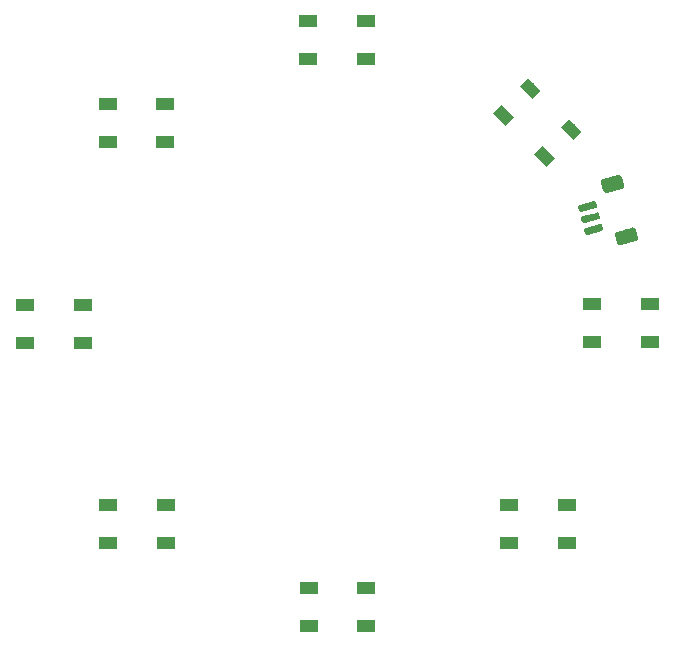
<source format=gbr>
G04 #@! TF.GenerationSoftware,KiCad,Pcbnew,(5.0.1)-4*
G04 #@! TF.CreationDate,2020-03-01T18:01:36+00:00*
G04 #@! TF.ProjectId,neopixels,6E656F706978656C732E6B696361645F,rev?*
G04 #@! TF.SameCoordinates,PX463f660PY4718708*
G04 #@! TF.FileFunction,Paste,Top*
G04 #@! TF.FilePolarity,Positive*
%FSLAX46Y46*%
G04 Gerber Fmt 4.6, Leading zero omitted, Abs format (unit mm)*
G04 Created by KiCad (PCBNEW (5.0.1)-4) date 01/03/2020 18:01:36*
%MOMM*%
%LPD*%
G01*
G04 APERTURE LIST*
%ADD10R,1.500000X1.000000*%
%ADD11C,1.000000*%
%ADD12C,0.100000*%
%ADD13C,0.600000*%
%ADD14C,1.200000*%
G04 APERTURE END LIST*
D10*
G04 #@! TO.C,D1*
X26704000Y-1600000D03*
X26704000Y1600000D03*
X21804000Y-1600000D03*
X21804000Y1600000D03*
G04 #@! TD*
G04 #@! TO.C,D2*
X14781318Y-15363804D03*
X14781318Y-18563804D03*
X19681318Y-15363804D03*
X19681318Y-18563804D03*
G04 #@! TD*
G04 #@! TO.C,D3*
X2723112Y-25599900D03*
X2723112Y-22399900D03*
X-2176888Y-25599900D03*
X-2176888Y-22399900D03*
G04 #@! TD*
G04 #@! TO.C,D4*
X-19146279Y-15390822D03*
X-19146279Y-18590822D03*
X-14246279Y-15390822D03*
X-14246279Y-18590822D03*
G04 #@! TD*
G04 #@! TO.C,D5*
X-26195970Y1561776D03*
X-26195970Y-1638224D03*
X-21295970Y1561776D03*
X-21295970Y-1638224D03*
G04 #@! TD*
G04 #@! TO.C,D6*
X-19200314Y18536744D03*
X-19200314Y15336744D03*
X-14300314Y18536744D03*
X-14300314Y15336744D03*
G04 #@! TD*
G04 #@! TO.C,D7*
X2646665Y22399932D03*
X2646665Y25599932D03*
X-2253335Y22399932D03*
X-2253335Y25599932D03*
G04 #@! TD*
D11*
G04 #@! TO.C,D8*
X16576157Y19881578D03*
D12*
G36*
X15692274Y20058355D02*
X16399380Y20765461D01*
X17460040Y19704801D01*
X16752934Y18997695D01*
X15692274Y20058355D01*
X15692274Y20058355D01*
G37*
D11*
X14313416Y17618837D03*
D12*
G36*
X13429533Y17795614D02*
X14136639Y18502720D01*
X15197299Y17442060D01*
X14490193Y16734954D01*
X13429533Y17795614D01*
X13429533Y17795614D01*
G37*
D11*
X20040980Y16416755D03*
D12*
G36*
X19157097Y16593532D02*
X19864203Y17300638D01*
X20924863Y16239978D01*
X20217757Y15532872D01*
X19157097Y16593532D01*
X19157097Y16593532D01*
G37*
D11*
X17778239Y14154014D03*
D12*
G36*
X16894356Y14330791D02*
X17601462Y15037897D01*
X18662122Y13977237D01*
X17955016Y13270131D01*
X16894356Y14330791D01*
X16894356Y14330791D01*
G37*
G04 #@! TD*
G04 #@! TO.C,J1*
G36*
X22032789Y10349359D02*
X22047271Y10346724D01*
X22061426Y10342682D01*
X22075116Y10337272D01*
X22088210Y10330546D01*
X22100582Y10322569D01*
X22112112Y10313418D01*
X22122690Y10303181D01*
X22132213Y10291956D01*
X22140590Y10279852D01*
X22147741Y10266985D01*
X22153596Y10253480D01*
X22158099Y10239464D01*
X22235744Y9949686D01*
X22238852Y9935298D01*
X22240534Y9920674D01*
X22240775Y9905956D01*
X22239572Y9891285D01*
X22236936Y9876802D01*
X22232894Y9862648D01*
X22227484Y9848958D01*
X22220759Y9835864D01*
X22212782Y9823492D01*
X22203631Y9811962D01*
X22193394Y9801384D01*
X22182169Y9791861D01*
X22170065Y9783483D01*
X22157198Y9776333D01*
X22143692Y9770478D01*
X22129678Y9765975D01*
X20922271Y9442451D01*
X20907882Y9439344D01*
X20893259Y9437661D01*
X20878540Y9437420D01*
X20863869Y9438623D01*
X20849387Y9441258D01*
X20835232Y9445300D01*
X20821542Y9450710D01*
X20808448Y9457436D01*
X20796076Y9465413D01*
X20784546Y9474564D01*
X20773968Y9484801D01*
X20764445Y9496026D01*
X20756068Y9508130D01*
X20748917Y9520997D01*
X20743062Y9534502D01*
X20738559Y9548518D01*
X20660914Y9838296D01*
X20657806Y9852684D01*
X20656124Y9867308D01*
X20655883Y9882026D01*
X20657086Y9896697D01*
X20659722Y9911180D01*
X20663764Y9925334D01*
X20669174Y9939024D01*
X20675899Y9952118D01*
X20683876Y9964490D01*
X20693027Y9976020D01*
X20703264Y9986598D01*
X20714489Y9996121D01*
X20726593Y10004499D01*
X20739460Y10011649D01*
X20752966Y10017504D01*
X20766980Y10022007D01*
X21974387Y10345531D01*
X21988776Y10348638D01*
X22003399Y10350321D01*
X22018118Y10350562D01*
X22032789Y10349359D01*
X22032789Y10349359D01*
G37*
D13*
X21448329Y9893991D03*
D12*
G36*
X22291608Y9383433D02*
X22306090Y9380798D01*
X22320245Y9376756D01*
X22333935Y9371346D01*
X22347029Y9364620D01*
X22359401Y9356643D01*
X22370931Y9347492D01*
X22381509Y9337255D01*
X22391032Y9326030D01*
X22399409Y9313926D01*
X22406560Y9301059D01*
X22412415Y9287554D01*
X22416918Y9273538D01*
X22494563Y8983760D01*
X22497671Y8969372D01*
X22499353Y8954748D01*
X22499594Y8940030D01*
X22498391Y8925359D01*
X22495755Y8910876D01*
X22491713Y8896722D01*
X22486303Y8883032D01*
X22479578Y8869938D01*
X22471601Y8857566D01*
X22462450Y8846036D01*
X22452213Y8835458D01*
X22440988Y8825935D01*
X22428884Y8817557D01*
X22416017Y8810407D01*
X22402511Y8804552D01*
X22388497Y8800049D01*
X21181090Y8476525D01*
X21166701Y8473418D01*
X21152078Y8471735D01*
X21137359Y8471494D01*
X21122688Y8472697D01*
X21108206Y8475332D01*
X21094051Y8479374D01*
X21080361Y8484784D01*
X21067267Y8491510D01*
X21054895Y8499487D01*
X21043365Y8508638D01*
X21032787Y8518875D01*
X21023264Y8530100D01*
X21014887Y8542204D01*
X21007736Y8555071D01*
X21001881Y8568576D01*
X20997378Y8582592D01*
X20919733Y8872370D01*
X20916625Y8886758D01*
X20914943Y8901382D01*
X20914702Y8916100D01*
X20915905Y8930771D01*
X20918541Y8945254D01*
X20922583Y8959408D01*
X20927993Y8973098D01*
X20934718Y8986192D01*
X20942695Y8998564D01*
X20951846Y9010094D01*
X20962083Y9020672D01*
X20973308Y9030195D01*
X20985412Y9038573D01*
X20998279Y9045723D01*
X21011785Y9051578D01*
X21025799Y9056081D01*
X22233206Y9379605D01*
X22247595Y9382712D01*
X22262218Y9384395D01*
X22276937Y9384636D01*
X22291608Y9383433D01*
X22291608Y9383433D01*
G37*
D13*
X21707148Y8928065D03*
D12*
G36*
X22550427Y8417507D02*
X22564909Y8414872D01*
X22579064Y8410830D01*
X22592754Y8405420D01*
X22605848Y8398694D01*
X22618220Y8390717D01*
X22629750Y8381566D01*
X22640328Y8371329D01*
X22649851Y8360104D01*
X22658228Y8348000D01*
X22665379Y8335133D01*
X22671234Y8321628D01*
X22675737Y8307612D01*
X22753382Y8017834D01*
X22756490Y8003446D01*
X22758172Y7988822D01*
X22758413Y7974104D01*
X22757210Y7959433D01*
X22754574Y7944950D01*
X22750532Y7930796D01*
X22745122Y7917106D01*
X22738397Y7904012D01*
X22730420Y7891640D01*
X22721269Y7880110D01*
X22711032Y7869532D01*
X22699807Y7860009D01*
X22687703Y7851631D01*
X22674836Y7844481D01*
X22661330Y7838626D01*
X22647316Y7834123D01*
X21439909Y7510599D01*
X21425520Y7507492D01*
X21410897Y7505809D01*
X21396178Y7505568D01*
X21381507Y7506771D01*
X21367025Y7509406D01*
X21352870Y7513448D01*
X21339180Y7518858D01*
X21326086Y7525584D01*
X21313714Y7533561D01*
X21302184Y7542712D01*
X21291606Y7552949D01*
X21282083Y7564174D01*
X21273706Y7576278D01*
X21266555Y7589145D01*
X21260700Y7602650D01*
X21256197Y7616666D01*
X21178552Y7906444D01*
X21175444Y7920832D01*
X21173762Y7935456D01*
X21173521Y7950174D01*
X21174724Y7964845D01*
X21177360Y7979328D01*
X21181402Y7993482D01*
X21186812Y8007172D01*
X21193537Y8020266D01*
X21201514Y8032638D01*
X21210665Y8044168D01*
X21220902Y8054746D01*
X21232127Y8064269D01*
X21244231Y8072647D01*
X21257098Y8079797D01*
X21270604Y8085652D01*
X21284618Y8090155D01*
X22492025Y8413679D01*
X22506414Y8416786D01*
X22521037Y8418469D01*
X22535756Y8418710D01*
X22550427Y8417507D01*
X22550427Y8417507D01*
G37*
D13*
X21965967Y7962139D03*
D12*
G36*
X24120724Y12557380D02*
X24144862Y12552988D01*
X24168452Y12546252D01*
X24191269Y12537235D01*
X24213092Y12526026D01*
X24233712Y12512731D01*
X24252929Y12497479D01*
X24270558Y12480417D01*
X24286430Y12461710D01*
X24300393Y12441537D01*
X24312310Y12420092D01*
X24322069Y12397582D01*
X24329573Y12374225D01*
X24510747Y11698075D01*
X24515927Y11674094D01*
X24518731Y11649721D01*
X24519132Y11625190D01*
X24517127Y11600739D01*
X24512735Y11576601D01*
X24505999Y11553011D01*
X24496982Y11530194D01*
X24485773Y11508371D01*
X24472478Y11487751D01*
X24457226Y11468534D01*
X24440164Y11450905D01*
X24421457Y11435032D01*
X24401283Y11421070D01*
X24379839Y11409153D01*
X24357329Y11399394D01*
X24333972Y11391890D01*
X23078266Y11055424D01*
X23054285Y11050244D01*
X23029912Y11047440D01*
X23005381Y11047039D01*
X22980930Y11049044D01*
X22956792Y11053436D01*
X22933202Y11060172D01*
X22910385Y11069189D01*
X22888562Y11080398D01*
X22867942Y11093693D01*
X22848725Y11108945D01*
X22831096Y11126007D01*
X22815224Y11144714D01*
X22801261Y11164887D01*
X22789344Y11186332D01*
X22779585Y11208842D01*
X22772081Y11232199D01*
X22590907Y11908349D01*
X22585727Y11932330D01*
X22582923Y11956703D01*
X22582522Y11981234D01*
X22584527Y12005685D01*
X22588919Y12029823D01*
X22595655Y12053413D01*
X22604672Y12076230D01*
X22615881Y12098053D01*
X22629176Y12118673D01*
X22644428Y12137890D01*
X22661490Y12155519D01*
X22680197Y12171392D01*
X22700371Y12185354D01*
X22721815Y12197271D01*
X22744325Y12207030D01*
X22767682Y12214534D01*
X24023388Y12551000D01*
X24047369Y12556180D01*
X24071742Y12558984D01*
X24096273Y12559385D01*
X24120724Y12557380D01*
X24120724Y12557380D01*
G37*
D14*
X23550827Y11803212D03*
D12*
G36*
X25311292Y8114121D02*
X25335430Y8109729D01*
X25359020Y8102993D01*
X25381837Y8093976D01*
X25403660Y8082767D01*
X25424280Y8069472D01*
X25443497Y8054220D01*
X25461126Y8037158D01*
X25476998Y8018451D01*
X25490961Y7998278D01*
X25502878Y7976833D01*
X25512637Y7954323D01*
X25520141Y7930966D01*
X25701315Y7254816D01*
X25706495Y7230835D01*
X25709299Y7206462D01*
X25709700Y7181931D01*
X25707695Y7157480D01*
X25703303Y7133342D01*
X25696567Y7109752D01*
X25687550Y7086935D01*
X25676341Y7065112D01*
X25663046Y7044492D01*
X25647794Y7025275D01*
X25630732Y7007646D01*
X25612025Y6991773D01*
X25591851Y6977811D01*
X25570407Y6965894D01*
X25547897Y6956135D01*
X25524540Y6948631D01*
X24268834Y6612165D01*
X24244853Y6606985D01*
X24220480Y6604181D01*
X24195949Y6603780D01*
X24171498Y6605785D01*
X24147360Y6610177D01*
X24123770Y6616913D01*
X24100953Y6625930D01*
X24079130Y6637139D01*
X24058510Y6650434D01*
X24039293Y6665686D01*
X24021664Y6682748D01*
X24005792Y6701455D01*
X23991829Y6721628D01*
X23979912Y6743073D01*
X23970153Y6765583D01*
X23962649Y6788940D01*
X23781475Y7465090D01*
X23776295Y7489071D01*
X23773491Y7513444D01*
X23773090Y7537975D01*
X23775095Y7562426D01*
X23779487Y7586564D01*
X23786223Y7610154D01*
X23795240Y7632971D01*
X23806449Y7654794D01*
X23819744Y7675414D01*
X23834996Y7694631D01*
X23852058Y7712260D01*
X23870765Y7728133D01*
X23890939Y7742095D01*
X23912383Y7754012D01*
X23934893Y7763771D01*
X23958250Y7771275D01*
X25213956Y8107741D01*
X25237937Y8112921D01*
X25262310Y8115725D01*
X25286841Y8116126D01*
X25311292Y8114121D01*
X25311292Y8114121D01*
G37*
D14*
X24741395Y7359953D03*
G04 #@! TD*
M02*

</source>
